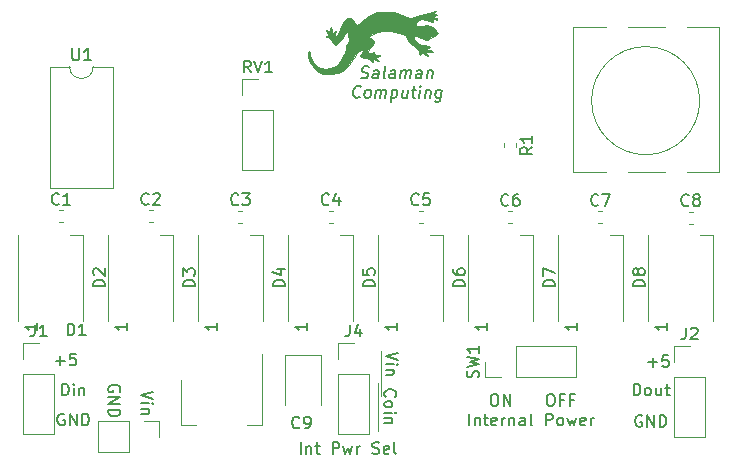
<source format=gbr>
G04 #@! TF.GenerationSoftware,KiCad,Pcbnew,(5.1.2-1)-1*
G04 #@! TF.CreationDate,2020-01-28T06:09:07-07:00*
G04 #@! TF.ProjectId,tiny_stick,74696e79-5f73-4746-9963-6b2e6b696361,rev?*
G04 #@! TF.SameCoordinates,Original*
G04 #@! TF.FileFunction,Legend,Top*
G04 #@! TF.FilePolarity,Positive*
%FSLAX46Y46*%
G04 Gerber Fmt 4.6, Leading zero omitted, Abs format (unit mm)*
G04 Created by KiCad (PCBNEW (5.1.2-1)-1) date 2020-01-28 06:09:07*
%MOMM*%
%LPD*%
G04 APERTURE LIST*
%ADD10C,0.150000*%
%ADD11C,0.120000*%
%ADD12C,0.010000*%
G04 APERTURE END LIST*
D10*
X124301904Y-101417380D02*
X124301904Y-100417380D01*
X124778095Y-100750714D02*
X124778095Y-101417380D01*
X124778095Y-100845952D02*
X124825714Y-100798333D01*
X124920952Y-100750714D01*
X125063809Y-100750714D01*
X125159047Y-100798333D01*
X125206666Y-100893571D01*
X125206666Y-101417380D01*
X125540000Y-100750714D02*
X125920952Y-100750714D01*
X125682857Y-100417380D02*
X125682857Y-101274523D01*
X125730476Y-101369761D01*
X125825714Y-101417380D01*
X125920952Y-101417380D01*
X126635238Y-101369761D02*
X126540000Y-101417380D01*
X126349523Y-101417380D01*
X126254285Y-101369761D01*
X126206666Y-101274523D01*
X126206666Y-100893571D01*
X126254285Y-100798333D01*
X126349523Y-100750714D01*
X126540000Y-100750714D01*
X126635238Y-100798333D01*
X126682857Y-100893571D01*
X126682857Y-100988809D01*
X126206666Y-101084047D01*
X127111428Y-101417380D02*
X127111428Y-100750714D01*
X127111428Y-100941190D02*
X127159047Y-100845952D01*
X127206666Y-100798333D01*
X127301904Y-100750714D01*
X127397142Y-100750714D01*
X127730476Y-100750714D02*
X127730476Y-101417380D01*
X127730476Y-100845952D02*
X127778095Y-100798333D01*
X127873333Y-100750714D01*
X128016190Y-100750714D01*
X128111428Y-100798333D01*
X128159047Y-100893571D01*
X128159047Y-101417380D01*
X129063809Y-101417380D02*
X129063809Y-100893571D01*
X129016190Y-100798333D01*
X128920952Y-100750714D01*
X128730476Y-100750714D01*
X128635238Y-100798333D01*
X129063809Y-101369761D02*
X128968571Y-101417380D01*
X128730476Y-101417380D01*
X128635238Y-101369761D01*
X128587619Y-101274523D01*
X128587619Y-101179285D01*
X128635238Y-101084047D01*
X128730476Y-101036428D01*
X128968571Y-101036428D01*
X129063809Y-100988809D01*
X129682857Y-101417380D02*
X129587619Y-101369761D01*
X129540000Y-101274523D01*
X129540000Y-100417380D01*
X130825714Y-101417380D02*
X130825714Y-100417380D01*
X131206666Y-100417380D01*
X131301904Y-100465000D01*
X131349523Y-100512619D01*
X131397142Y-100607857D01*
X131397142Y-100750714D01*
X131349523Y-100845952D01*
X131301904Y-100893571D01*
X131206666Y-100941190D01*
X130825714Y-100941190D01*
X131968571Y-101417380D02*
X131873333Y-101369761D01*
X131825714Y-101322142D01*
X131778095Y-101226904D01*
X131778095Y-100941190D01*
X131825714Y-100845952D01*
X131873333Y-100798333D01*
X131968571Y-100750714D01*
X132111428Y-100750714D01*
X132206666Y-100798333D01*
X132254285Y-100845952D01*
X132301904Y-100941190D01*
X132301904Y-101226904D01*
X132254285Y-101322142D01*
X132206666Y-101369761D01*
X132111428Y-101417380D01*
X131968571Y-101417380D01*
X132635238Y-100750714D02*
X132825714Y-101417380D01*
X133016190Y-100941190D01*
X133206666Y-101417380D01*
X133397142Y-100750714D01*
X134159047Y-101369761D02*
X134063809Y-101417380D01*
X133873333Y-101417380D01*
X133778095Y-101369761D01*
X133730476Y-101274523D01*
X133730476Y-100893571D01*
X133778095Y-100798333D01*
X133873333Y-100750714D01*
X134063809Y-100750714D01*
X134159047Y-100798333D01*
X134206666Y-100893571D01*
X134206666Y-100988809D01*
X133730476Y-101084047D01*
X134635238Y-101417380D02*
X134635238Y-100750714D01*
X134635238Y-100941190D02*
X134682857Y-100845952D01*
X134730476Y-100798333D01*
X134825714Y-100750714D01*
X134920952Y-100750714D01*
X131127619Y-98766380D02*
X131318095Y-98766380D01*
X131413333Y-98814000D01*
X131508571Y-98909238D01*
X131556190Y-99099714D01*
X131556190Y-99433047D01*
X131508571Y-99623523D01*
X131413333Y-99718761D01*
X131318095Y-99766380D01*
X131127619Y-99766380D01*
X131032380Y-99718761D01*
X130937142Y-99623523D01*
X130889523Y-99433047D01*
X130889523Y-99099714D01*
X130937142Y-98909238D01*
X131032380Y-98814000D01*
X131127619Y-98766380D01*
X132318095Y-99242571D02*
X131984761Y-99242571D01*
X131984761Y-99766380D02*
X131984761Y-98766380D01*
X132460952Y-98766380D01*
X133175238Y-99242571D02*
X132841904Y-99242571D01*
X132841904Y-99766380D02*
X132841904Y-98766380D01*
X133318095Y-98766380D01*
X126380952Y-98766380D02*
X126571428Y-98766380D01*
X126666666Y-98814000D01*
X126761904Y-98909238D01*
X126809523Y-99099714D01*
X126809523Y-99433047D01*
X126761904Y-99623523D01*
X126666666Y-99718761D01*
X126571428Y-99766380D01*
X126380952Y-99766380D01*
X126285714Y-99718761D01*
X126190476Y-99623523D01*
X126142857Y-99433047D01*
X126142857Y-99099714D01*
X126190476Y-98909238D01*
X126285714Y-98814000D01*
X126380952Y-98766380D01*
X127238095Y-99766380D02*
X127238095Y-98766380D01*
X127809523Y-99766380D01*
X127809523Y-98766380D01*
X94734000Y-98552095D02*
X94781619Y-98456857D01*
X94781619Y-98314000D01*
X94734000Y-98171142D01*
X94638761Y-98075904D01*
X94543523Y-98028285D01*
X94353047Y-97980666D01*
X94210190Y-97980666D01*
X94019714Y-98028285D01*
X93924476Y-98075904D01*
X93829238Y-98171142D01*
X93781619Y-98314000D01*
X93781619Y-98409238D01*
X93829238Y-98552095D01*
X93876857Y-98599714D01*
X94210190Y-98599714D01*
X94210190Y-98409238D01*
X93781619Y-99028285D02*
X94781619Y-99028285D01*
X93781619Y-99599714D01*
X94781619Y-99599714D01*
X93781619Y-100075904D02*
X94781619Y-100075904D01*
X94781619Y-100314000D01*
X94734000Y-100456857D01*
X94638761Y-100552095D01*
X94543523Y-100599714D01*
X94353047Y-100647333D01*
X94210190Y-100647333D01*
X94019714Y-100599714D01*
X93924476Y-100552095D01*
X93829238Y-100456857D01*
X93781619Y-100314000D01*
X93781619Y-100075904D01*
X97575619Y-98544190D02*
X96575619Y-98877523D01*
X97575619Y-99210857D01*
X96575619Y-99544190D02*
X97242285Y-99544190D01*
X97575619Y-99544190D02*
X97528000Y-99496571D01*
X97480380Y-99544190D01*
X97528000Y-99591809D01*
X97575619Y-99544190D01*
X97480380Y-99544190D01*
X97242285Y-100020380D02*
X96575619Y-100020380D01*
X97147047Y-100020380D02*
X97194666Y-100068000D01*
X97242285Y-100163238D01*
X97242285Y-100306095D01*
X97194666Y-100401333D01*
X97099428Y-100448952D01*
X96575619Y-100448952D01*
D11*
X116586000Y-97790000D02*
X116586000Y-101854000D01*
X116840000Y-95123000D02*
X116840000Y-98933000D01*
D10*
X117244857Y-98988666D02*
X117197238Y-98941047D01*
X117149619Y-98798190D01*
X117149619Y-98702952D01*
X117197238Y-98560095D01*
X117292476Y-98464857D01*
X117387714Y-98417238D01*
X117578190Y-98369619D01*
X117721047Y-98369619D01*
X117911523Y-98417238D01*
X118006761Y-98464857D01*
X118102000Y-98560095D01*
X118149619Y-98702952D01*
X118149619Y-98798190D01*
X118102000Y-98941047D01*
X118054380Y-98988666D01*
X117149619Y-99560095D02*
X117197238Y-99464857D01*
X117244857Y-99417238D01*
X117340095Y-99369619D01*
X117625809Y-99369619D01*
X117721047Y-99417238D01*
X117768666Y-99464857D01*
X117816285Y-99560095D01*
X117816285Y-99702952D01*
X117768666Y-99798190D01*
X117721047Y-99845809D01*
X117625809Y-99893428D01*
X117340095Y-99893428D01*
X117244857Y-99845809D01*
X117197238Y-99798190D01*
X117149619Y-99702952D01*
X117149619Y-99560095D01*
X117149619Y-100322000D02*
X117816285Y-100322000D01*
X118149619Y-100322000D02*
X118102000Y-100274380D01*
X118054380Y-100322000D01*
X118102000Y-100369619D01*
X118149619Y-100322000D01*
X118054380Y-100322000D01*
X117816285Y-100798190D02*
X117149619Y-100798190D01*
X117721047Y-100798190D02*
X117768666Y-100845809D01*
X117816285Y-100941047D01*
X117816285Y-101083904D01*
X117768666Y-101179142D01*
X117673428Y-101226761D01*
X117149619Y-101226761D01*
X118276619Y-95242190D02*
X117276619Y-95575523D01*
X118276619Y-95908857D01*
X117276619Y-96242190D02*
X117943285Y-96242190D01*
X118276619Y-96242190D02*
X118229000Y-96194571D01*
X118181380Y-96242190D01*
X118229000Y-96289809D01*
X118276619Y-96242190D01*
X118181380Y-96242190D01*
X117943285Y-96718380D02*
X117276619Y-96718380D01*
X117848047Y-96718380D02*
X117895666Y-96766000D01*
X117943285Y-96861238D01*
X117943285Y-97004095D01*
X117895666Y-97099333D01*
X117800428Y-97146952D01*
X117276619Y-97146952D01*
X110046000Y-103830380D02*
X110046000Y-102830380D01*
X110522190Y-103163714D02*
X110522190Y-103830380D01*
X110522190Y-103258952D02*
X110569809Y-103211333D01*
X110665047Y-103163714D01*
X110807904Y-103163714D01*
X110903142Y-103211333D01*
X110950761Y-103306571D01*
X110950761Y-103830380D01*
X111284095Y-103163714D02*
X111665047Y-103163714D01*
X111426952Y-102830380D02*
X111426952Y-103687523D01*
X111474571Y-103782761D01*
X111569809Y-103830380D01*
X111665047Y-103830380D01*
X112760285Y-103830380D02*
X112760285Y-102830380D01*
X113141238Y-102830380D01*
X113236476Y-102878000D01*
X113284095Y-102925619D01*
X113331714Y-103020857D01*
X113331714Y-103163714D01*
X113284095Y-103258952D01*
X113236476Y-103306571D01*
X113141238Y-103354190D01*
X112760285Y-103354190D01*
X113665047Y-103163714D02*
X113855523Y-103830380D01*
X114046000Y-103354190D01*
X114236476Y-103830380D01*
X114426952Y-103163714D01*
X114807904Y-103830380D02*
X114807904Y-103163714D01*
X114807904Y-103354190D02*
X114855523Y-103258952D01*
X114903142Y-103211333D01*
X114998380Y-103163714D01*
X115093619Y-103163714D01*
X116141238Y-103782761D02*
X116284095Y-103830380D01*
X116522190Y-103830380D01*
X116617428Y-103782761D01*
X116665047Y-103735142D01*
X116712666Y-103639904D01*
X116712666Y-103544666D01*
X116665047Y-103449428D01*
X116617428Y-103401809D01*
X116522190Y-103354190D01*
X116331714Y-103306571D01*
X116236476Y-103258952D01*
X116188857Y-103211333D01*
X116141238Y-103116095D01*
X116141238Y-103020857D01*
X116188857Y-102925619D01*
X116236476Y-102878000D01*
X116331714Y-102830380D01*
X116569809Y-102830380D01*
X116712666Y-102878000D01*
X117522190Y-103782761D02*
X117426952Y-103830380D01*
X117236476Y-103830380D01*
X117141238Y-103782761D01*
X117093619Y-103687523D01*
X117093619Y-103306571D01*
X117141238Y-103211333D01*
X117236476Y-103163714D01*
X117426952Y-103163714D01*
X117522190Y-103211333D01*
X117569809Y-103306571D01*
X117569809Y-103401809D01*
X117093619Y-103497047D01*
X118141238Y-103830380D02*
X118046000Y-103782761D01*
X117998380Y-103687523D01*
X117998380Y-102830380D01*
X138938095Y-100592000D02*
X138842857Y-100544380D01*
X138700000Y-100544380D01*
X138557142Y-100592000D01*
X138461904Y-100687238D01*
X138414285Y-100782476D01*
X138366666Y-100972952D01*
X138366666Y-101115809D01*
X138414285Y-101306285D01*
X138461904Y-101401523D01*
X138557142Y-101496761D01*
X138700000Y-101544380D01*
X138795238Y-101544380D01*
X138938095Y-101496761D01*
X138985714Y-101449142D01*
X138985714Y-101115809D01*
X138795238Y-101115809D01*
X139414285Y-101544380D02*
X139414285Y-100544380D01*
X139985714Y-101544380D01*
X139985714Y-100544380D01*
X140461904Y-101544380D02*
X140461904Y-100544380D01*
X140700000Y-100544380D01*
X140842857Y-100592000D01*
X140938095Y-100687238D01*
X140985714Y-100782476D01*
X141033333Y-100972952D01*
X141033333Y-101115809D01*
X140985714Y-101306285D01*
X140938095Y-101401523D01*
X140842857Y-101496761D01*
X140700000Y-101544380D01*
X140461904Y-101544380D01*
X138247619Y-98877380D02*
X138247619Y-97877380D01*
X138485714Y-97877380D01*
X138628571Y-97925000D01*
X138723809Y-98020238D01*
X138771428Y-98115476D01*
X138819047Y-98305952D01*
X138819047Y-98448809D01*
X138771428Y-98639285D01*
X138723809Y-98734523D01*
X138628571Y-98829761D01*
X138485714Y-98877380D01*
X138247619Y-98877380D01*
X139390476Y-98877380D02*
X139295238Y-98829761D01*
X139247619Y-98782142D01*
X139200000Y-98686904D01*
X139200000Y-98401190D01*
X139247619Y-98305952D01*
X139295238Y-98258333D01*
X139390476Y-98210714D01*
X139533333Y-98210714D01*
X139628571Y-98258333D01*
X139676190Y-98305952D01*
X139723809Y-98401190D01*
X139723809Y-98686904D01*
X139676190Y-98782142D01*
X139628571Y-98829761D01*
X139533333Y-98877380D01*
X139390476Y-98877380D01*
X140580952Y-98210714D02*
X140580952Y-98877380D01*
X140152380Y-98210714D02*
X140152380Y-98734523D01*
X140200000Y-98829761D01*
X140295238Y-98877380D01*
X140438095Y-98877380D01*
X140533333Y-98829761D01*
X140580952Y-98782142D01*
X140914285Y-98210714D02*
X141295238Y-98210714D01*
X141057142Y-97877380D02*
X141057142Y-98734523D01*
X141104761Y-98829761D01*
X141200000Y-98877380D01*
X141295238Y-98877380D01*
X139477857Y-96083428D02*
X140239761Y-96083428D01*
X139858809Y-96464380D02*
X139858809Y-95702476D01*
X141192142Y-95464380D02*
X140715952Y-95464380D01*
X140668333Y-95940571D01*
X140715952Y-95892952D01*
X140811190Y-95845333D01*
X141049285Y-95845333D01*
X141144523Y-95892952D01*
X141192142Y-95940571D01*
X141239761Y-96035809D01*
X141239761Y-96273904D01*
X141192142Y-96369142D01*
X141144523Y-96416761D01*
X141049285Y-96464380D01*
X140811190Y-96464380D01*
X140715952Y-96416761D01*
X140668333Y-96369142D01*
X90043095Y-100465000D02*
X89947857Y-100417380D01*
X89805000Y-100417380D01*
X89662142Y-100465000D01*
X89566904Y-100560238D01*
X89519285Y-100655476D01*
X89471666Y-100845952D01*
X89471666Y-100988809D01*
X89519285Y-101179285D01*
X89566904Y-101274523D01*
X89662142Y-101369761D01*
X89805000Y-101417380D01*
X89900238Y-101417380D01*
X90043095Y-101369761D01*
X90090714Y-101322142D01*
X90090714Y-100988809D01*
X89900238Y-100988809D01*
X90519285Y-101417380D02*
X90519285Y-100417380D01*
X91090714Y-101417380D01*
X91090714Y-100417380D01*
X91566904Y-101417380D02*
X91566904Y-100417380D01*
X91805000Y-100417380D01*
X91947857Y-100465000D01*
X92043095Y-100560238D01*
X92090714Y-100655476D01*
X92138333Y-100845952D01*
X92138333Y-100988809D01*
X92090714Y-101179285D01*
X92043095Y-101274523D01*
X91947857Y-101369761D01*
X91805000Y-101417380D01*
X91566904Y-101417380D01*
X89312857Y-95956428D02*
X90074761Y-95956428D01*
X89693809Y-96337380D02*
X89693809Y-95575476D01*
X91027142Y-95337380D02*
X90550952Y-95337380D01*
X90503333Y-95813571D01*
X90550952Y-95765952D01*
X90646190Y-95718333D01*
X90884285Y-95718333D01*
X90979523Y-95765952D01*
X91027142Y-95813571D01*
X91074761Y-95908809D01*
X91074761Y-96146904D01*
X91027142Y-96242142D01*
X90979523Y-96289761D01*
X90884285Y-96337380D01*
X90646190Y-96337380D01*
X90550952Y-96289761D01*
X90503333Y-96242142D01*
X89852619Y-98877380D02*
X89852619Y-97877380D01*
X90090714Y-97877380D01*
X90233571Y-97925000D01*
X90328809Y-98020238D01*
X90376428Y-98115476D01*
X90424047Y-98305952D01*
X90424047Y-98448809D01*
X90376428Y-98639285D01*
X90328809Y-98734523D01*
X90233571Y-98829761D01*
X90090714Y-98877380D01*
X89852619Y-98877380D01*
X90852619Y-98877380D02*
X90852619Y-98210714D01*
X90852619Y-97877380D02*
X90805000Y-97925000D01*
X90852619Y-97972619D01*
X90900238Y-97925000D01*
X90852619Y-97877380D01*
X90852619Y-97972619D01*
X91328809Y-98210714D02*
X91328809Y-98877380D01*
X91328809Y-98305952D02*
X91376428Y-98258333D01*
X91471666Y-98210714D01*
X91614523Y-98210714D01*
X91709761Y-98258333D01*
X91757380Y-98353571D01*
X91757380Y-98877380D01*
X115169957Y-71969761D02*
X115306862Y-72017380D01*
X115544957Y-72017380D01*
X115646148Y-71969761D01*
X115699719Y-71922142D01*
X115759243Y-71826904D01*
X115771148Y-71731666D01*
X115735433Y-71636428D01*
X115693767Y-71588809D01*
X115604481Y-71541190D01*
X115419957Y-71493571D01*
X115330672Y-71445952D01*
X115289005Y-71398333D01*
X115253291Y-71303095D01*
X115265195Y-71207857D01*
X115324719Y-71112619D01*
X115378291Y-71065000D01*
X115479481Y-71017380D01*
X115717576Y-71017380D01*
X115854481Y-71065000D01*
X116592576Y-72017380D02*
X116658052Y-71493571D01*
X116622338Y-71398333D01*
X116533052Y-71350714D01*
X116342576Y-71350714D01*
X116241386Y-71398333D01*
X116598529Y-71969761D02*
X116497338Y-72017380D01*
X116259243Y-72017380D01*
X116169957Y-71969761D01*
X116134243Y-71874523D01*
X116146148Y-71779285D01*
X116205672Y-71684047D01*
X116306862Y-71636428D01*
X116544957Y-71636428D01*
X116646148Y-71588809D01*
X117211624Y-72017380D02*
X117122338Y-71969761D01*
X117086624Y-71874523D01*
X117193767Y-71017380D01*
X118021148Y-72017380D02*
X118086624Y-71493571D01*
X118050910Y-71398333D01*
X117961624Y-71350714D01*
X117771148Y-71350714D01*
X117669957Y-71398333D01*
X118027100Y-71969761D02*
X117925910Y-72017380D01*
X117687814Y-72017380D01*
X117598529Y-71969761D01*
X117562814Y-71874523D01*
X117574719Y-71779285D01*
X117634243Y-71684047D01*
X117735433Y-71636428D01*
X117973529Y-71636428D01*
X118074719Y-71588809D01*
X118497338Y-72017380D02*
X118580672Y-71350714D01*
X118568767Y-71445952D02*
X118622338Y-71398333D01*
X118723529Y-71350714D01*
X118866386Y-71350714D01*
X118955672Y-71398333D01*
X118991386Y-71493571D01*
X118925910Y-72017380D01*
X118991386Y-71493571D02*
X119050910Y-71398333D01*
X119152100Y-71350714D01*
X119294957Y-71350714D01*
X119384243Y-71398333D01*
X119419957Y-71493571D01*
X119354481Y-72017380D01*
X120259243Y-72017380D02*
X120324719Y-71493571D01*
X120289005Y-71398333D01*
X120199719Y-71350714D01*
X120009243Y-71350714D01*
X119908052Y-71398333D01*
X120265195Y-71969761D02*
X120164005Y-72017380D01*
X119925910Y-72017380D01*
X119836624Y-71969761D01*
X119800910Y-71874523D01*
X119812814Y-71779285D01*
X119872338Y-71684047D01*
X119973529Y-71636428D01*
X120211624Y-71636428D01*
X120312814Y-71588809D01*
X120818767Y-71350714D02*
X120735433Y-72017380D01*
X120806862Y-71445952D02*
X120860433Y-71398333D01*
X120961624Y-71350714D01*
X121104481Y-71350714D01*
X121193767Y-71398333D01*
X121229481Y-71493571D01*
X121164005Y-72017380D01*
X115056862Y-73572142D02*
X115003291Y-73619761D01*
X114854481Y-73667380D01*
X114759243Y-73667380D01*
X114622338Y-73619761D01*
X114539005Y-73524523D01*
X114503291Y-73429285D01*
X114479481Y-73238809D01*
X114497338Y-73095952D01*
X114568767Y-72905476D01*
X114628291Y-72810238D01*
X114735433Y-72715000D01*
X114884243Y-72667380D01*
X114979481Y-72667380D01*
X115116386Y-72715000D01*
X115158052Y-72762619D01*
X115616386Y-73667380D02*
X115527100Y-73619761D01*
X115485433Y-73572142D01*
X115449719Y-73476904D01*
X115485433Y-73191190D01*
X115544957Y-73095952D01*
X115598529Y-73048333D01*
X115699719Y-73000714D01*
X115842576Y-73000714D01*
X115931862Y-73048333D01*
X115973529Y-73095952D01*
X116009243Y-73191190D01*
X115973529Y-73476904D01*
X115914005Y-73572142D01*
X115860433Y-73619761D01*
X115759243Y-73667380D01*
X115616386Y-73667380D01*
X116378291Y-73667380D02*
X116461624Y-73000714D01*
X116449719Y-73095952D02*
X116503291Y-73048333D01*
X116604481Y-73000714D01*
X116747338Y-73000714D01*
X116836624Y-73048333D01*
X116872338Y-73143571D01*
X116806862Y-73667380D01*
X116872338Y-73143571D02*
X116931862Y-73048333D01*
X117033052Y-73000714D01*
X117175910Y-73000714D01*
X117265195Y-73048333D01*
X117300910Y-73143571D01*
X117235433Y-73667380D01*
X117794957Y-73000714D02*
X117669957Y-74000714D01*
X117789005Y-73048333D02*
X117890195Y-73000714D01*
X118080672Y-73000714D01*
X118169957Y-73048333D01*
X118211624Y-73095952D01*
X118247338Y-73191190D01*
X118211624Y-73476904D01*
X118152100Y-73572142D01*
X118098529Y-73619761D01*
X117997338Y-73667380D01*
X117806862Y-73667380D01*
X117717576Y-73619761D01*
X119128291Y-73000714D02*
X119044957Y-73667380D01*
X118699719Y-73000714D02*
X118634243Y-73524523D01*
X118669957Y-73619761D01*
X118759243Y-73667380D01*
X118902100Y-73667380D01*
X119003291Y-73619761D01*
X119056862Y-73572142D01*
X119461624Y-73000714D02*
X119842576Y-73000714D01*
X119646148Y-72667380D02*
X119539005Y-73524523D01*
X119574719Y-73619761D01*
X119664005Y-73667380D01*
X119759243Y-73667380D01*
X120092576Y-73667380D02*
X120175910Y-73000714D01*
X120217576Y-72667380D02*
X120164005Y-72715000D01*
X120205672Y-72762619D01*
X120259243Y-72715000D01*
X120217576Y-72667380D01*
X120205672Y-72762619D01*
X120652100Y-73000714D02*
X120568767Y-73667380D01*
X120640195Y-73095952D02*
X120693767Y-73048333D01*
X120794957Y-73000714D01*
X120937814Y-73000714D01*
X121027100Y-73048333D01*
X121062814Y-73143571D01*
X120997338Y-73667380D01*
X121985433Y-73000714D02*
X121884243Y-73810238D01*
X121824719Y-73905476D01*
X121771148Y-73953095D01*
X121669957Y-74000714D01*
X121527100Y-74000714D01*
X121437814Y-73953095D01*
X121908052Y-73619761D02*
X121806862Y-73667380D01*
X121616386Y-73667380D01*
X121527100Y-73619761D01*
X121485433Y-73572142D01*
X121449719Y-73476904D01*
X121485433Y-73191190D01*
X121544957Y-73095952D01*
X121598529Y-73048333D01*
X121699719Y-73000714D01*
X121890195Y-73000714D01*
X121979481Y-73048333D01*
D12*
G36*
X121492326Y-66284902D02*
G01*
X121460328Y-66373729D01*
X121395066Y-66446400D01*
X121345433Y-66528512D01*
X121437399Y-66548000D01*
X121560541Y-66588968D01*
X121581333Y-66632667D01*
X121510420Y-66701457D01*
X121412000Y-66717334D01*
X121274419Y-66752790D01*
X121242666Y-66802000D01*
X121313355Y-66871472D01*
X121407003Y-66886667D01*
X121573157Y-66931526D01*
X121631253Y-66983609D01*
X121622950Y-67046734D01*
X121468694Y-67038022D01*
X121466916Y-67037683D01*
X121300412Y-67030436D01*
X121244537Y-67114242D01*
X121242666Y-67152408D01*
X121226769Y-67277571D01*
X121155147Y-67294123D01*
X120991903Y-67204754D01*
X120945519Y-67174681D01*
X120652447Y-67057058D01*
X120332391Y-67040134D01*
X120054489Y-67123571D01*
X119976585Y-67179454D01*
X119819553Y-67374962D01*
X119812273Y-67522540D01*
X119938567Y-67608028D01*
X120182257Y-67617270D01*
X120421422Y-67568735D01*
X120749393Y-67512125D01*
X121011165Y-67556467D01*
X121014402Y-67557690D01*
X121236166Y-67683496D01*
X121450814Y-67869318D01*
X121610025Y-68066393D01*
X121666000Y-68215258D01*
X121594878Y-68306870D01*
X121414629Y-68431229D01*
X121174929Y-68562295D01*
X120925451Y-68674028D01*
X120715870Y-68740389D01*
X120648746Y-68748506D01*
X120496743Y-68710893D01*
X120274883Y-68616092D01*
X120204553Y-68580000D01*
X119896187Y-68446553D01*
X119701964Y-68427809D01*
X119631482Y-68513722D01*
X119694337Y-68694247D01*
X119871861Y-68928209D01*
X120062519Y-69102519D01*
X120280196Y-69195382D01*
X120549195Y-69236650D01*
X120795835Y-69273170D01*
X120955286Y-69321392D01*
X120988666Y-69352772D01*
X120919933Y-69418378D01*
X120861666Y-69426667D01*
X120742646Y-69457867D01*
X120755779Y-69528904D01*
X120880757Y-69605930D01*
X120988666Y-69638334D01*
X121191923Y-69709153D01*
X121238630Y-69777832D01*
X121139618Y-69816589D01*
X120925166Y-69801234D01*
X120728911Y-69774253D01*
X120671408Y-69795215D01*
X120713500Y-69856664D01*
X120806003Y-70018811D01*
X120819333Y-70093359D01*
X120784312Y-70147091D01*
X120668381Y-70074044D01*
X120606545Y-70018280D01*
X120441747Y-69891394D01*
X120330977Y-69889161D01*
X120293278Y-69918855D01*
X120151001Y-70013252D01*
X120074287Y-69973654D01*
X120080140Y-69856594D01*
X120043223Y-69674810D01*
X119859141Y-69453236D01*
X119541069Y-69206528D01*
X119433295Y-69137117D01*
X119241994Y-68957232D01*
X119082975Y-68708144D01*
X119062175Y-68659990D01*
X118972279Y-68471992D01*
X118852218Y-68346095D01*
X118653445Y-68244494D01*
X118420939Y-68160628D01*
X117720703Y-68008056D01*
X117026011Y-68023516D01*
X116609782Y-68115114D01*
X116372477Y-68202376D01*
X116144354Y-68312955D01*
X115958905Y-68425605D01*
X115849621Y-68519076D01*
X115849994Y-68572121D01*
X115881452Y-68577183D01*
X116035924Y-68646705D01*
X116182164Y-68797561D01*
X116247332Y-68954562D01*
X116247333Y-68954873D01*
X116198939Y-69077639D01*
X116074023Y-69280746D01*
X115950957Y-69451802D01*
X115778549Y-69709296D01*
X115736845Y-69860011D01*
X115826088Y-69905126D01*
X116034073Y-69850606D01*
X116228369Y-69781741D01*
X116301819Y-69782173D01*
X116290721Y-69858112D01*
X116277951Y-69892334D01*
X116282809Y-69978269D01*
X116406751Y-70014830D01*
X116539605Y-70019334D01*
X116742483Y-70047703D01*
X116794919Y-70109461D01*
X116701369Y-70169578D01*
X116517503Y-70193108D01*
X116289666Y-70197549D01*
X116480166Y-70330435D01*
X116639050Y-70469908D01*
X116656692Y-70547706D01*
X116542880Y-70540004D01*
X116416666Y-70485000D01*
X116245149Y-70404077D01*
X116175888Y-70413284D01*
X116162685Y-70521296D01*
X116162666Y-70532686D01*
X116154476Y-70639822D01*
X116105482Y-70649732D01*
X115979049Y-70556767D01*
X115902170Y-70492526D01*
X115659952Y-70342185D01*
X115419679Y-70273995D01*
X115399167Y-70273334D01*
X115176823Y-70238698D01*
X115102857Y-70129275D01*
X115173999Y-69936784D01*
X115231744Y-69849422D01*
X115412197Y-69596000D01*
X115237098Y-69596000D01*
X115015600Y-69669972D01*
X114788918Y-69896682D01*
X114550180Y-70283325D01*
X114514565Y-70352279D01*
X114153876Y-70907550D01*
X113709130Y-71315933D01*
X113180633Y-71577219D01*
X112568690Y-71691197D01*
X112564333Y-71691462D01*
X112197615Y-71691948D01*
X111908847Y-71631390D01*
X111698272Y-71540009D01*
X111304719Y-71274280D01*
X110989247Y-70933145D01*
X110773087Y-70552001D01*
X110677471Y-70166243D01*
X110701838Y-69878837D01*
X110743310Y-69742278D01*
X110776971Y-69726938D01*
X110821574Y-69848703D01*
X110868226Y-70019815D01*
X111007375Y-70452578D01*
X111174455Y-70758558D01*
X111401954Y-70980243D01*
X111722360Y-71160123D01*
X111749579Y-71172458D01*
X112144044Y-71258397D01*
X112578053Y-71186618D01*
X113026993Y-70965641D01*
X113270991Y-70766643D01*
X113483771Y-70490183D01*
X113672047Y-70150816D01*
X113807157Y-69857077D01*
X113897402Y-69613423D01*
X113926575Y-69464921D01*
X113923766Y-69450891D01*
X113935602Y-69308597D01*
X114021360Y-69108981D01*
X114035851Y-69084334D01*
X114129938Y-68888677D01*
X114146701Y-68692450D01*
X114104143Y-68450758D01*
X114042477Y-68226026D01*
X113985472Y-68090270D01*
X113965323Y-68072000D01*
X113893416Y-68137952D01*
X113781449Y-68301122D01*
X113754094Y-68347167D01*
X113525013Y-68707523D01*
X113307101Y-68985379D01*
X113120950Y-69158013D01*
X112987153Y-69202699D01*
X112980693Y-69200609D01*
X112855535Y-69095585D01*
X112728958Y-68909527D01*
X112726480Y-68904769D01*
X112564234Y-68697873D01*
X112369778Y-68563037D01*
X112228147Y-68492462D01*
X112236676Y-68449660D01*
X112289166Y-68433466D01*
X112415494Y-68378869D01*
X112408560Y-68283384D01*
X112296741Y-68141648D01*
X112212297Y-68002452D01*
X112218997Y-67923448D01*
X112309977Y-67930870D01*
X112390089Y-68008633D01*
X112518462Y-68140339D01*
X112586234Y-68121797D01*
X112575315Y-67958780D01*
X112573201Y-67950189D01*
X112563652Y-67775153D01*
X112606355Y-67691192D01*
X112666672Y-67723987D01*
X112691297Y-67889304D01*
X112691333Y-67897670D01*
X112716775Y-68100514D01*
X112799418Y-68146733D01*
X112939596Y-68050834D01*
X113010993Y-68005895D01*
X113022767Y-68083171D01*
X113001635Y-68216884D01*
X112976197Y-68443676D01*
X113008856Y-68520073D01*
X113092825Y-68452085D01*
X113221316Y-68245726D01*
X113387540Y-67907008D01*
X113411388Y-67853967D01*
X113657625Y-67362549D01*
X113885514Y-67037801D01*
X114097727Y-66878372D01*
X114296936Y-66882906D01*
X114485815Y-67050053D01*
X114606224Y-67249010D01*
X114705458Y-67437839D01*
X114769671Y-67548574D01*
X114774702Y-67555213D01*
X114847062Y-67520962D01*
X115004520Y-67397961D01*
X115171443Y-67250556D01*
X115467681Y-67004369D01*
X115803853Y-66762725D01*
X115956342Y-66666676D01*
X116157291Y-66555647D01*
X116335947Y-66484231D01*
X116538558Y-66443765D01*
X116811375Y-66425589D01*
X117200648Y-66421042D01*
X117268243Y-66421000D01*
X117677524Y-66424213D01*
X117970450Y-66440935D01*
X118199972Y-66481789D01*
X118419044Y-66557399D01*
X118680619Y-66678389D01*
X118769291Y-66722143D01*
X119082421Y-66871150D01*
X119283240Y-66946198D01*
X119407028Y-66956332D01*
X119489067Y-66910598D01*
X119492227Y-66907487D01*
X119628419Y-66834903D01*
X119880116Y-66750953D01*
X120195858Y-66672483D01*
X120234847Y-66664389D01*
X120594330Y-66577930D01*
X120933752Y-66473736D01*
X121179166Y-66374571D01*
X121394438Y-66283796D01*
X121492326Y-66284902D01*
X121492326Y-66284902D01*
G37*
X121492326Y-66284902D02*
X121460328Y-66373729D01*
X121395066Y-66446400D01*
X121345433Y-66528512D01*
X121437399Y-66548000D01*
X121560541Y-66588968D01*
X121581333Y-66632667D01*
X121510420Y-66701457D01*
X121412000Y-66717334D01*
X121274419Y-66752790D01*
X121242666Y-66802000D01*
X121313355Y-66871472D01*
X121407003Y-66886667D01*
X121573157Y-66931526D01*
X121631253Y-66983609D01*
X121622950Y-67046734D01*
X121468694Y-67038022D01*
X121466916Y-67037683D01*
X121300412Y-67030436D01*
X121244537Y-67114242D01*
X121242666Y-67152408D01*
X121226769Y-67277571D01*
X121155147Y-67294123D01*
X120991903Y-67204754D01*
X120945519Y-67174681D01*
X120652447Y-67057058D01*
X120332391Y-67040134D01*
X120054489Y-67123571D01*
X119976585Y-67179454D01*
X119819553Y-67374962D01*
X119812273Y-67522540D01*
X119938567Y-67608028D01*
X120182257Y-67617270D01*
X120421422Y-67568735D01*
X120749393Y-67512125D01*
X121011165Y-67556467D01*
X121014402Y-67557690D01*
X121236166Y-67683496D01*
X121450814Y-67869318D01*
X121610025Y-68066393D01*
X121666000Y-68215258D01*
X121594878Y-68306870D01*
X121414629Y-68431229D01*
X121174929Y-68562295D01*
X120925451Y-68674028D01*
X120715870Y-68740389D01*
X120648746Y-68748506D01*
X120496743Y-68710893D01*
X120274883Y-68616092D01*
X120204553Y-68580000D01*
X119896187Y-68446553D01*
X119701964Y-68427809D01*
X119631482Y-68513722D01*
X119694337Y-68694247D01*
X119871861Y-68928209D01*
X120062519Y-69102519D01*
X120280196Y-69195382D01*
X120549195Y-69236650D01*
X120795835Y-69273170D01*
X120955286Y-69321392D01*
X120988666Y-69352772D01*
X120919933Y-69418378D01*
X120861666Y-69426667D01*
X120742646Y-69457867D01*
X120755779Y-69528904D01*
X120880757Y-69605930D01*
X120988666Y-69638334D01*
X121191923Y-69709153D01*
X121238630Y-69777832D01*
X121139618Y-69816589D01*
X120925166Y-69801234D01*
X120728911Y-69774253D01*
X120671408Y-69795215D01*
X120713500Y-69856664D01*
X120806003Y-70018811D01*
X120819333Y-70093359D01*
X120784312Y-70147091D01*
X120668381Y-70074044D01*
X120606545Y-70018280D01*
X120441747Y-69891394D01*
X120330977Y-69889161D01*
X120293278Y-69918855D01*
X120151001Y-70013252D01*
X120074287Y-69973654D01*
X120080140Y-69856594D01*
X120043223Y-69674810D01*
X119859141Y-69453236D01*
X119541069Y-69206528D01*
X119433295Y-69137117D01*
X119241994Y-68957232D01*
X119082975Y-68708144D01*
X119062175Y-68659990D01*
X118972279Y-68471992D01*
X118852218Y-68346095D01*
X118653445Y-68244494D01*
X118420939Y-68160628D01*
X117720703Y-68008056D01*
X117026011Y-68023516D01*
X116609782Y-68115114D01*
X116372477Y-68202376D01*
X116144354Y-68312955D01*
X115958905Y-68425605D01*
X115849621Y-68519076D01*
X115849994Y-68572121D01*
X115881452Y-68577183D01*
X116035924Y-68646705D01*
X116182164Y-68797561D01*
X116247332Y-68954562D01*
X116247333Y-68954873D01*
X116198939Y-69077639D01*
X116074023Y-69280746D01*
X115950957Y-69451802D01*
X115778549Y-69709296D01*
X115736845Y-69860011D01*
X115826088Y-69905126D01*
X116034073Y-69850606D01*
X116228369Y-69781741D01*
X116301819Y-69782173D01*
X116290721Y-69858112D01*
X116277951Y-69892334D01*
X116282809Y-69978269D01*
X116406751Y-70014830D01*
X116539605Y-70019334D01*
X116742483Y-70047703D01*
X116794919Y-70109461D01*
X116701369Y-70169578D01*
X116517503Y-70193108D01*
X116289666Y-70197549D01*
X116480166Y-70330435D01*
X116639050Y-70469908D01*
X116656692Y-70547706D01*
X116542880Y-70540004D01*
X116416666Y-70485000D01*
X116245149Y-70404077D01*
X116175888Y-70413284D01*
X116162685Y-70521296D01*
X116162666Y-70532686D01*
X116154476Y-70639822D01*
X116105482Y-70649732D01*
X115979049Y-70556767D01*
X115902170Y-70492526D01*
X115659952Y-70342185D01*
X115419679Y-70273995D01*
X115399167Y-70273334D01*
X115176823Y-70238698D01*
X115102857Y-70129275D01*
X115173999Y-69936784D01*
X115231744Y-69849422D01*
X115412197Y-69596000D01*
X115237098Y-69596000D01*
X115015600Y-69669972D01*
X114788918Y-69896682D01*
X114550180Y-70283325D01*
X114514565Y-70352279D01*
X114153876Y-70907550D01*
X113709130Y-71315933D01*
X113180633Y-71577219D01*
X112568690Y-71691197D01*
X112564333Y-71691462D01*
X112197615Y-71691948D01*
X111908847Y-71631390D01*
X111698272Y-71540009D01*
X111304719Y-71274280D01*
X110989247Y-70933145D01*
X110773087Y-70552001D01*
X110677471Y-70166243D01*
X110701838Y-69878837D01*
X110743310Y-69742278D01*
X110776971Y-69726938D01*
X110821574Y-69848703D01*
X110868226Y-70019815D01*
X111007375Y-70452578D01*
X111174455Y-70758558D01*
X111401954Y-70980243D01*
X111722360Y-71160123D01*
X111749579Y-71172458D01*
X112144044Y-71258397D01*
X112578053Y-71186618D01*
X113026993Y-70965641D01*
X113270991Y-70766643D01*
X113483771Y-70490183D01*
X113672047Y-70150816D01*
X113807157Y-69857077D01*
X113897402Y-69613423D01*
X113926575Y-69464921D01*
X113923766Y-69450891D01*
X113935602Y-69308597D01*
X114021360Y-69108981D01*
X114035851Y-69084334D01*
X114129938Y-68888677D01*
X114146701Y-68692450D01*
X114104143Y-68450758D01*
X114042477Y-68226026D01*
X113985472Y-68090270D01*
X113965323Y-68072000D01*
X113893416Y-68137952D01*
X113781449Y-68301122D01*
X113754094Y-68347167D01*
X113525013Y-68707523D01*
X113307101Y-68985379D01*
X113120950Y-69158013D01*
X112987153Y-69202699D01*
X112980693Y-69200609D01*
X112855535Y-69095585D01*
X112728958Y-68909527D01*
X112726480Y-68904769D01*
X112564234Y-68697873D01*
X112369778Y-68563037D01*
X112228147Y-68492462D01*
X112236676Y-68449660D01*
X112289166Y-68433466D01*
X112415494Y-68378869D01*
X112408560Y-68283384D01*
X112296741Y-68141648D01*
X112212297Y-68002452D01*
X112218997Y-67923448D01*
X112309977Y-67930870D01*
X112390089Y-68008633D01*
X112518462Y-68140339D01*
X112586234Y-68121797D01*
X112575315Y-67958780D01*
X112573201Y-67950189D01*
X112563652Y-67775153D01*
X112606355Y-67691192D01*
X112666672Y-67723987D01*
X112691297Y-67889304D01*
X112691333Y-67897670D01*
X112716775Y-68100514D01*
X112799418Y-68146733D01*
X112939596Y-68050834D01*
X113010993Y-68005895D01*
X113022767Y-68083171D01*
X113001635Y-68216884D01*
X112976197Y-68443676D01*
X113008856Y-68520073D01*
X113092825Y-68452085D01*
X113221316Y-68245726D01*
X113387540Y-67907008D01*
X113411388Y-67853967D01*
X113657625Y-67362549D01*
X113885514Y-67037801D01*
X114097727Y-66878372D01*
X114296936Y-66882906D01*
X114485815Y-67050053D01*
X114606224Y-67249010D01*
X114705458Y-67437839D01*
X114769671Y-67548574D01*
X114774702Y-67555213D01*
X114847062Y-67520962D01*
X115004520Y-67397961D01*
X115171443Y-67250556D01*
X115467681Y-67004369D01*
X115803853Y-66762725D01*
X115956342Y-66666676D01*
X116157291Y-66555647D01*
X116335947Y-66484231D01*
X116538558Y-66443765D01*
X116811375Y-66425589D01*
X117200648Y-66421042D01*
X117268243Y-66421000D01*
X117677524Y-66424213D01*
X117970450Y-66440935D01*
X118199972Y-66481789D01*
X118419044Y-66557399D01*
X118680619Y-66678389D01*
X118769291Y-66722143D01*
X119082421Y-66871150D01*
X119283240Y-66946198D01*
X119407028Y-66956332D01*
X119489067Y-66910598D01*
X119492227Y-66907487D01*
X119628419Y-66834903D01*
X119880116Y-66750953D01*
X120195858Y-66672483D01*
X120234847Y-66664389D01*
X120594330Y-66577930D01*
X120933752Y-66473736D01*
X121179166Y-66374571D01*
X121394438Y-66283796D01*
X121492326Y-66284902D01*
D11*
X89600821Y-84228400D02*
X89926379Y-84228400D01*
X89600821Y-83208400D02*
X89926379Y-83208400D01*
X108726000Y-95457000D02*
X108726000Y-99667000D01*
X111746000Y-95457000D02*
X108726000Y-95457000D01*
X111746000Y-99667000D02*
X111746000Y-95457000D01*
X106788000Y-95341000D02*
X106788000Y-101351000D01*
X99968000Y-97591000D02*
X99968000Y-101351000D01*
X106788000Y-101351000D02*
X105528000Y-101351000D01*
X99968000Y-101351000D02*
X101228000Y-101351000D01*
X94140800Y-71034600D02*
X92490800Y-71034600D01*
X94140800Y-81314600D02*
X94140800Y-71034600D01*
X88840800Y-81314600D02*
X94140800Y-81314600D01*
X88840800Y-71034600D02*
X88840800Y-81314600D01*
X90490800Y-71034600D02*
X88840800Y-71034600D01*
X92490800Y-71034600D02*
G75*
G02X90490800Y-71034600I-1000000J0D01*
G01*
X145458200Y-79964000D02*
X142738200Y-79964000D01*
X135878200Y-79964000D02*
X133158200Y-79964000D01*
X137738200Y-67664000D02*
X140878200Y-67664000D01*
X133158200Y-67664000D02*
X135878200Y-67664000D01*
X143847250Y-73914000D02*
G75*
G03X143847250Y-73914000I-4579050J0D01*
G01*
X142738200Y-67664000D02*
X145458200Y-67664000D01*
X133158200Y-79964000D02*
X133158200Y-67664000D01*
X140878200Y-79964000D02*
X137738200Y-79964000D01*
X145458200Y-67664000D02*
X145458200Y-79964000D01*
X125670000Y-97342000D02*
X125670000Y-96012000D01*
X127000000Y-97342000D02*
X125670000Y-97342000D01*
X128270000Y-97342000D02*
X128270000Y-94682000D01*
X128270000Y-94682000D02*
X133410000Y-94682000D01*
X128270000Y-97342000D02*
X133410000Y-97342000D01*
X133410000Y-97342000D02*
X133410000Y-94682000D01*
X105096000Y-72076000D02*
X106426000Y-72076000D01*
X105096000Y-73406000D02*
X105096000Y-72076000D01*
X105096000Y-74676000D02*
X107756000Y-74676000D01*
X107756000Y-74676000D02*
X107756000Y-79816000D01*
X105096000Y-74676000D02*
X105096000Y-79816000D01*
X105096000Y-79816000D02*
X107756000Y-79816000D01*
X127277400Y-77510421D02*
X127277400Y-77835979D01*
X128297400Y-77510421D02*
X128297400Y-77835979D01*
X113224000Y-94428000D02*
X114554000Y-94428000D01*
X113224000Y-95758000D02*
X113224000Y-94428000D01*
X113224000Y-97028000D02*
X115884000Y-97028000D01*
X115884000Y-97028000D02*
X115884000Y-102168000D01*
X113224000Y-97028000D02*
X113224000Y-102168000D01*
X113224000Y-102168000D02*
X115884000Y-102168000D01*
X98104000Y-101032000D02*
X98104000Y-102362000D01*
X96774000Y-101032000D02*
X98104000Y-101032000D01*
X95504000Y-101032000D02*
X95504000Y-103692000D01*
X95504000Y-103692000D02*
X92904000Y-103692000D01*
X95504000Y-101032000D02*
X92904000Y-101032000D01*
X92904000Y-101032000D02*
X92904000Y-103692000D01*
X141672000Y-94682000D02*
X143002000Y-94682000D01*
X141672000Y-96012000D02*
X141672000Y-94682000D01*
X141672000Y-97282000D02*
X144332000Y-97282000D01*
X144332000Y-97282000D02*
X144332000Y-102422000D01*
X141672000Y-97282000D02*
X141672000Y-102422000D01*
X141672000Y-102422000D02*
X144332000Y-102422000D01*
X86554000Y-94428000D02*
X87884000Y-94428000D01*
X86554000Y-95758000D02*
X86554000Y-94428000D01*
X86554000Y-97028000D02*
X89214000Y-97028000D01*
X89214000Y-97028000D02*
X89214000Y-102168000D01*
X86554000Y-97028000D02*
X86554000Y-102168000D01*
X86554000Y-102168000D02*
X89214000Y-102168000D01*
X144990000Y-85250000D02*
X143840000Y-85250000D01*
X144990000Y-92550000D02*
X144990000Y-85250000D01*
X139490000Y-92550000D02*
X139490000Y-85250000D01*
X137370000Y-85250000D02*
X136220000Y-85250000D01*
X137370000Y-92550000D02*
X137370000Y-85250000D01*
X131870000Y-92550000D02*
X131870000Y-85250000D01*
X129750000Y-85250000D02*
X128600000Y-85250000D01*
X129750000Y-92550000D02*
X129750000Y-85250000D01*
X124250000Y-92550000D02*
X124250000Y-85250000D01*
X122130000Y-85250000D02*
X120980000Y-85250000D01*
X122130000Y-92550000D02*
X122130000Y-85250000D01*
X116630000Y-92550000D02*
X116630000Y-85250000D01*
X114510000Y-85250000D02*
X113360000Y-85250000D01*
X114510000Y-92550000D02*
X114510000Y-85250000D01*
X109010000Y-92550000D02*
X109010000Y-85250000D01*
X106890000Y-85250000D02*
X105740000Y-85250000D01*
X106890000Y-92550000D02*
X106890000Y-85250000D01*
X101390000Y-92550000D02*
X101390000Y-85250000D01*
X99270000Y-85250000D02*
X98120000Y-85250000D01*
X99270000Y-92550000D02*
X99270000Y-85250000D01*
X93770000Y-92550000D02*
X93770000Y-85250000D01*
X91650000Y-85250000D02*
X90500000Y-85250000D01*
X91650000Y-92550000D02*
X91650000Y-85250000D01*
X86150000Y-92550000D02*
X86150000Y-85250000D01*
X142915421Y-84330000D02*
X143240979Y-84330000D01*
X142915421Y-83310000D02*
X143240979Y-83310000D01*
X135270021Y-84304600D02*
X135595579Y-84304600D01*
X135270021Y-83284600D02*
X135595579Y-83284600D01*
X127650021Y-84304600D02*
X127975579Y-84304600D01*
X127650021Y-83284600D02*
X127975579Y-83284600D01*
X120055421Y-84253800D02*
X120380979Y-84253800D01*
X120055421Y-83233800D02*
X120380979Y-83233800D01*
X112460821Y-84253800D02*
X112786379Y-84253800D01*
X112460821Y-83233800D02*
X112786379Y-83233800D01*
X104790021Y-84253800D02*
X105115579Y-84253800D01*
X104790021Y-83233800D02*
X105115579Y-83233800D01*
X97195421Y-84228400D02*
X97520979Y-84228400D01*
X97195421Y-83208400D02*
X97520979Y-83208400D01*
D10*
X89596933Y-82645542D02*
X89549314Y-82693161D01*
X89406457Y-82740780D01*
X89311219Y-82740780D01*
X89168361Y-82693161D01*
X89073123Y-82597923D01*
X89025504Y-82502685D01*
X88977885Y-82312209D01*
X88977885Y-82169352D01*
X89025504Y-81978876D01*
X89073123Y-81883638D01*
X89168361Y-81788400D01*
X89311219Y-81740780D01*
X89406457Y-81740780D01*
X89549314Y-81788400D01*
X89596933Y-81836019D01*
X90549314Y-82740780D02*
X89977885Y-82740780D01*
X90263600Y-82740780D02*
X90263600Y-81740780D01*
X90168361Y-81883638D01*
X90073123Y-81978876D01*
X89977885Y-82026495D01*
X109942333Y-101576142D02*
X109894714Y-101623761D01*
X109751857Y-101671380D01*
X109656619Y-101671380D01*
X109513761Y-101623761D01*
X109418523Y-101528523D01*
X109370904Y-101433285D01*
X109323285Y-101242809D01*
X109323285Y-101099952D01*
X109370904Y-100909476D01*
X109418523Y-100814238D01*
X109513761Y-100719000D01*
X109656619Y-100671380D01*
X109751857Y-100671380D01*
X109894714Y-100719000D01*
X109942333Y-100766619D01*
X110418523Y-101671380D02*
X110609000Y-101671380D01*
X110704238Y-101623761D01*
X110751857Y-101576142D01*
X110847095Y-101433285D01*
X110894714Y-101242809D01*
X110894714Y-100861857D01*
X110847095Y-100766619D01*
X110799476Y-100719000D01*
X110704238Y-100671380D01*
X110513761Y-100671380D01*
X110418523Y-100719000D01*
X110370904Y-100766619D01*
X110323285Y-100861857D01*
X110323285Y-101099952D01*
X110370904Y-101195190D01*
X110418523Y-101242809D01*
X110513761Y-101290428D01*
X110704238Y-101290428D01*
X110799476Y-101242809D01*
X110847095Y-101195190D01*
X110894714Y-101099952D01*
X90728895Y-69486980D02*
X90728895Y-70296504D01*
X90776514Y-70391742D01*
X90824133Y-70439361D01*
X90919371Y-70486980D01*
X91109847Y-70486980D01*
X91205085Y-70439361D01*
X91252704Y-70391742D01*
X91300323Y-70296504D01*
X91300323Y-69486980D01*
X92300323Y-70486980D02*
X91728895Y-70486980D01*
X92014609Y-70486980D02*
X92014609Y-69486980D01*
X91919371Y-69629838D01*
X91824133Y-69725076D01*
X91728895Y-69772695D01*
X125074761Y-97345333D02*
X125122380Y-97202476D01*
X125122380Y-96964380D01*
X125074761Y-96869142D01*
X125027142Y-96821523D01*
X124931904Y-96773904D01*
X124836666Y-96773904D01*
X124741428Y-96821523D01*
X124693809Y-96869142D01*
X124646190Y-96964380D01*
X124598571Y-97154857D01*
X124550952Y-97250095D01*
X124503333Y-97297714D01*
X124408095Y-97345333D01*
X124312857Y-97345333D01*
X124217619Y-97297714D01*
X124170000Y-97250095D01*
X124122380Y-97154857D01*
X124122380Y-96916761D01*
X124170000Y-96773904D01*
X124122380Y-96440571D02*
X125122380Y-96202476D01*
X124408095Y-96012000D01*
X125122380Y-95821523D01*
X124122380Y-95583428D01*
X125122380Y-94678666D02*
X125122380Y-95250095D01*
X125122380Y-94964380D02*
X124122380Y-94964380D01*
X124265238Y-95059619D01*
X124360476Y-95154857D01*
X124408095Y-95250095D01*
X105830761Y-71528380D02*
X105497428Y-71052190D01*
X105259333Y-71528380D02*
X105259333Y-70528380D01*
X105640285Y-70528380D01*
X105735523Y-70576000D01*
X105783142Y-70623619D01*
X105830761Y-70718857D01*
X105830761Y-70861714D01*
X105783142Y-70956952D01*
X105735523Y-71004571D01*
X105640285Y-71052190D01*
X105259333Y-71052190D01*
X106116476Y-70528380D02*
X106449809Y-71528380D01*
X106783142Y-70528380D01*
X107640285Y-71528380D02*
X107068857Y-71528380D01*
X107354571Y-71528380D02*
X107354571Y-70528380D01*
X107259333Y-70671238D01*
X107164095Y-70766476D01*
X107068857Y-70814095D01*
X129669780Y-77839866D02*
X129193590Y-78173200D01*
X129669780Y-78411295D02*
X128669780Y-78411295D01*
X128669780Y-78030342D01*
X128717400Y-77935104D01*
X128765019Y-77887485D01*
X128860257Y-77839866D01*
X129003114Y-77839866D01*
X129098352Y-77887485D01*
X129145971Y-77935104D01*
X129193590Y-78030342D01*
X129193590Y-78411295D01*
X129669780Y-76887485D02*
X129669780Y-77458914D01*
X129669780Y-77173200D02*
X128669780Y-77173200D01*
X128812638Y-77268438D01*
X128907876Y-77363676D01*
X128955495Y-77458914D01*
X114220666Y-92880380D02*
X114220666Y-93594666D01*
X114173047Y-93737523D01*
X114077809Y-93832761D01*
X113934952Y-93880380D01*
X113839714Y-93880380D01*
X115125428Y-93213714D02*
X115125428Y-93880380D01*
X114887333Y-92832761D02*
X114649238Y-93547047D01*
X115268285Y-93547047D01*
X142668666Y-93134380D02*
X142668666Y-93848666D01*
X142621047Y-93991523D01*
X142525809Y-94086761D01*
X142382952Y-94134380D01*
X142287714Y-94134380D01*
X143097238Y-93229619D02*
X143144857Y-93182000D01*
X143240095Y-93134380D01*
X143478190Y-93134380D01*
X143573428Y-93182000D01*
X143621047Y-93229619D01*
X143668666Y-93324857D01*
X143668666Y-93420095D01*
X143621047Y-93562952D01*
X143049619Y-94134380D01*
X143668666Y-94134380D01*
X87550666Y-92880380D02*
X87550666Y-93594666D01*
X87503047Y-93737523D01*
X87407809Y-93832761D01*
X87264952Y-93880380D01*
X87169714Y-93880380D01*
X88550666Y-93880380D02*
X87979238Y-93880380D01*
X88264952Y-93880380D02*
X88264952Y-92880380D01*
X88169714Y-93023238D01*
X88074476Y-93118476D01*
X87979238Y-93166095D01*
X139192380Y-89638095D02*
X138192380Y-89638095D01*
X138192380Y-89400000D01*
X138240000Y-89257142D01*
X138335238Y-89161904D01*
X138430476Y-89114285D01*
X138620952Y-89066666D01*
X138763809Y-89066666D01*
X138954285Y-89114285D01*
X139049523Y-89161904D01*
X139144761Y-89257142D01*
X139192380Y-89400000D01*
X139192380Y-89638095D01*
X138620952Y-88495238D02*
X138573333Y-88590476D01*
X138525714Y-88638095D01*
X138430476Y-88685714D01*
X138382857Y-88685714D01*
X138287619Y-88638095D01*
X138240000Y-88590476D01*
X138192380Y-88495238D01*
X138192380Y-88304761D01*
X138240000Y-88209523D01*
X138287619Y-88161904D01*
X138382857Y-88114285D01*
X138430476Y-88114285D01*
X138525714Y-88161904D01*
X138573333Y-88209523D01*
X138620952Y-88304761D01*
X138620952Y-88495238D01*
X138668571Y-88590476D01*
X138716190Y-88638095D01*
X138811428Y-88685714D01*
X139001904Y-88685714D01*
X139097142Y-88638095D01*
X139144761Y-88590476D01*
X139192380Y-88495238D01*
X139192380Y-88304761D01*
X139144761Y-88209523D01*
X139097142Y-88161904D01*
X139001904Y-88114285D01*
X138811428Y-88114285D01*
X138716190Y-88161904D01*
X138668571Y-88209523D01*
X138620952Y-88304761D01*
X141092380Y-92764285D02*
X141092380Y-93335714D01*
X141092380Y-93050000D02*
X140092380Y-93050000D01*
X140235238Y-93145238D01*
X140330476Y-93240476D01*
X140378095Y-93335714D01*
X131572380Y-89638095D02*
X130572380Y-89638095D01*
X130572380Y-89400000D01*
X130620000Y-89257142D01*
X130715238Y-89161904D01*
X130810476Y-89114285D01*
X131000952Y-89066666D01*
X131143809Y-89066666D01*
X131334285Y-89114285D01*
X131429523Y-89161904D01*
X131524761Y-89257142D01*
X131572380Y-89400000D01*
X131572380Y-89638095D01*
X130572380Y-88733333D02*
X130572380Y-88066666D01*
X131572380Y-88495238D01*
X133472380Y-92764285D02*
X133472380Y-93335714D01*
X133472380Y-93050000D02*
X132472380Y-93050000D01*
X132615238Y-93145238D01*
X132710476Y-93240476D01*
X132758095Y-93335714D01*
X123952380Y-89638095D02*
X122952380Y-89638095D01*
X122952380Y-89400000D01*
X123000000Y-89257142D01*
X123095238Y-89161904D01*
X123190476Y-89114285D01*
X123380952Y-89066666D01*
X123523809Y-89066666D01*
X123714285Y-89114285D01*
X123809523Y-89161904D01*
X123904761Y-89257142D01*
X123952380Y-89400000D01*
X123952380Y-89638095D01*
X122952380Y-88209523D02*
X122952380Y-88400000D01*
X123000000Y-88495238D01*
X123047619Y-88542857D01*
X123190476Y-88638095D01*
X123380952Y-88685714D01*
X123761904Y-88685714D01*
X123857142Y-88638095D01*
X123904761Y-88590476D01*
X123952380Y-88495238D01*
X123952380Y-88304761D01*
X123904761Y-88209523D01*
X123857142Y-88161904D01*
X123761904Y-88114285D01*
X123523809Y-88114285D01*
X123428571Y-88161904D01*
X123380952Y-88209523D01*
X123333333Y-88304761D01*
X123333333Y-88495238D01*
X123380952Y-88590476D01*
X123428571Y-88638095D01*
X123523809Y-88685714D01*
X125852380Y-92764285D02*
X125852380Y-93335714D01*
X125852380Y-93050000D02*
X124852380Y-93050000D01*
X124995238Y-93145238D01*
X125090476Y-93240476D01*
X125138095Y-93335714D01*
X116332380Y-89638095D02*
X115332380Y-89638095D01*
X115332380Y-89400000D01*
X115380000Y-89257142D01*
X115475238Y-89161904D01*
X115570476Y-89114285D01*
X115760952Y-89066666D01*
X115903809Y-89066666D01*
X116094285Y-89114285D01*
X116189523Y-89161904D01*
X116284761Y-89257142D01*
X116332380Y-89400000D01*
X116332380Y-89638095D01*
X115332380Y-88161904D02*
X115332380Y-88638095D01*
X115808571Y-88685714D01*
X115760952Y-88638095D01*
X115713333Y-88542857D01*
X115713333Y-88304761D01*
X115760952Y-88209523D01*
X115808571Y-88161904D01*
X115903809Y-88114285D01*
X116141904Y-88114285D01*
X116237142Y-88161904D01*
X116284761Y-88209523D01*
X116332380Y-88304761D01*
X116332380Y-88542857D01*
X116284761Y-88638095D01*
X116237142Y-88685714D01*
X118232380Y-92764285D02*
X118232380Y-93335714D01*
X118232380Y-93050000D02*
X117232380Y-93050000D01*
X117375238Y-93145238D01*
X117470476Y-93240476D01*
X117518095Y-93335714D01*
X108712380Y-89638095D02*
X107712380Y-89638095D01*
X107712380Y-89400000D01*
X107760000Y-89257142D01*
X107855238Y-89161904D01*
X107950476Y-89114285D01*
X108140952Y-89066666D01*
X108283809Y-89066666D01*
X108474285Y-89114285D01*
X108569523Y-89161904D01*
X108664761Y-89257142D01*
X108712380Y-89400000D01*
X108712380Y-89638095D01*
X108045714Y-88209523D02*
X108712380Y-88209523D01*
X107664761Y-88447619D02*
X108379047Y-88685714D01*
X108379047Y-88066666D01*
X110612380Y-92764285D02*
X110612380Y-93335714D01*
X110612380Y-93050000D02*
X109612380Y-93050000D01*
X109755238Y-93145238D01*
X109850476Y-93240476D01*
X109898095Y-93335714D01*
X101092380Y-89638095D02*
X100092380Y-89638095D01*
X100092380Y-89400000D01*
X100140000Y-89257142D01*
X100235238Y-89161904D01*
X100330476Y-89114285D01*
X100520952Y-89066666D01*
X100663809Y-89066666D01*
X100854285Y-89114285D01*
X100949523Y-89161904D01*
X101044761Y-89257142D01*
X101092380Y-89400000D01*
X101092380Y-89638095D01*
X100092380Y-88733333D02*
X100092380Y-88114285D01*
X100473333Y-88447619D01*
X100473333Y-88304761D01*
X100520952Y-88209523D01*
X100568571Y-88161904D01*
X100663809Y-88114285D01*
X100901904Y-88114285D01*
X100997142Y-88161904D01*
X101044761Y-88209523D01*
X101092380Y-88304761D01*
X101092380Y-88590476D01*
X101044761Y-88685714D01*
X100997142Y-88733333D01*
X102992380Y-92764285D02*
X102992380Y-93335714D01*
X102992380Y-93050000D02*
X101992380Y-93050000D01*
X102135238Y-93145238D01*
X102230476Y-93240476D01*
X102278095Y-93335714D01*
X93472380Y-89638095D02*
X92472380Y-89638095D01*
X92472380Y-89400000D01*
X92520000Y-89257142D01*
X92615238Y-89161904D01*
X92710476Y-89114285D01*
X92900952Y-89066666D01*
X93043809Y-89066666D01*
X93234285Y-89114285D01*
X93329523Y-89161904D01*
X93424761Y-89257142D01*
X93472380Y-89400000D01*
X93472380Y-89638095D01*
X92567619Y-88685714D02*
X92520000Y-88638095D01*
X92472380Y-88542857D01*
X92472380Y-88304761D01*
X92520000Y-88209523D01*
X92567619Y-88161904D01*
X92662857Y-88114285D01*
X92758095Y-88114285D01*
X92900952Y-88161904D01*
X93472380Y-88733333D01*
X93472380Y-88114285D01*
X95372380Y-92764285D02*
X95372380Y-93335714D01*
X95372380Y-93050000D02*
X94372380Y-93050000D01*
X94515238Y-93145238D01*
X94610476Y-93240476D01*
X94658095Y-93335714D01*
X90320904Y-93797380D02*
X90320904Y-92797380D01*
X90559000Y-92797380D01*
X90701857Y-92845000D01*
X90797095Y-92940238D01*
X90844714Y-93035476D01*
X90892333Y-93225952D01*
X90892333Y-93368809D01*
X90844714Y-93559285D01*
X90797095Y-93654523D01*
X90701857Y-93749761D01*
X90559000Y-93797380D01*
X90320904Y-93797380D01*
X91844714Y-93797380D02*
X91273285Y-93797380D01*
X91559000Y-93797380D02*
X91559000Y-92797380D01*
X91463761Y-92940238D01*
X91368523Y-93035476D01*
X91273285Y-93083095D01*
X87752380Y-92764285D02*
X87752380Y-93335714D01*
X87752380Y-93050000D02*
X86752380Y-93050000D01*
X86895238Y-93145238D01*
X86990476Y-93240476D01*
X87038095Y-93335714D01*
X142911533Y-82747142D02*
X142863914Y-82794761D01*
X142721057Y-82842380D01*
X142625819Y-82842380D01*
X142482961Y-82794761D01*
X142387723Y-82699523D01*
X142340104Y-82604285D01*
X142292485Y-82413809D01*
X142292485Y-82270952D01*
X142340104Y-82080476D01*
X142387723Y-81985238D01*
X142482961Y-81890000D01*
X142625819Y-81842380D01*
X142721057Y-81842380D01*
X142863914Y-81890000D01*
X142911533Y-81937619D01*
X143482961Y-82270952D02*
X143387723Y-82223333D01*
X143340104Y-82175714D01*
X143292485Y-82080476D01*
X143292485Y-82032857D01*
X143340104Y-81937619D01*
X143387723Y-81890000D01*
X143482961Y-81842380D01*
X143673438Y-81842380D01*
X143768676Y-81890000D01*
X143816295Y-81937619D01*
X143863914Y-82032857D01*
X143863914Y-82080476D01*
X143816295Y-82175714D01*
X143768676Y-82223333D01*
X143673438Y-82270952D01*
X143482961Y-82270952D01*
X143387723Y-82318571D01*
X143340104Y-82366190D01*
X143292485Y-82461428D01*
X143292485Y-82651904D01*
X143340104Y-82747142D01*
X143387723Y-82794761D01*
X143482961Y-82842380D01*
X143673438Y-82842380D01*
X143768676Y-82794761D01*
X143816295Y-82747142D01*
X143863914Y-82651904D01*
X143863914Y-82461428D01*
X143816295Y-82366190D01*
X143768676Y-82318571D01*
X143673438Y-82270952D01*
X135266133Y-82721742D02*
X135218514Y-82769361D01*
X135075657Y-82816980D01*
X134980419Y-82816980D01*
X134837561Y-82769361D01*
X134742323Y-82674123D01*
X134694704Y-82578885D01*
X134647085Y-82388409D01*
X134647085Y-82245552D01*
X134694704Y-82055076D01*
X134742323Y-81959838D01*
X134837561Y-81864600D01*
X134980419Y-81816980D01*
X135075657Y-81816980D01*
X135218514Y-81864600D01*
X135266133Y-81912219D01*
X135599466Y-81816980D02*
X136266133Y-81816980D01*
X135837561Y-82816980D01*
X127646133Y-82721742D02*
X127598514Y-82769361D01*
X127455657Y-82816980D01*
X127360419Y-82816980D01*
X127217561Y-82769361D01*
X127122323Y-82674123D01*
X127074704Y-82578885D01*
X127027085Y-82388409D01*
X127027085Y-82245552D01*
X127074704Y-82055076D01*
X127122323Y-81959838D01*
X127217561Y-81864600D01*
X127360419Y-81816980D01*
X127455657Y-81816980D01*
X127598514Y-81864600D01*
X127646133Y-81912219D01*
X128503276Y-81816980D02*
X128312800Y-81816980D01*
X128217561Y-81864600D01*
X128169942Y-81912219D01*
X128074704Y-82055076D01*
X128027085Y-82245552D01*
X128027085Y-82626504D01*
X128074704Y-82721742D01*
X128122323Y-82769361D01*
X128217561Y-82816980D01*
X128408038Y-82816980D01*
X128503276Y-82769361D01*
X128550895Y-82721742D01*
X128598514Y-82626504D01*
X128598514Y-82388409D01*
X128550895Y-82293171D01*
X128503276Y-82245552D01*
X128408038Y-82197933D01*
X128217561Y-82197933D01*
X128122323Y-82245552D01*
X128074704Y-82293171D01*
X128027085Y-82388409D01*
X120051533Y-82670942D02*
X120003914Y-82718561D01*
X119861057Y-82766180D01*
X119765819Y-82766180D01*
X119622961Y-82718561D01*
X119527723Y-82623323D01*
X119480104Y-82528085D01*
X119432485Y-82337609D01*
X119432485Y-82194752D01*
X119480104Y-82004276D01*
X119527723Y-81909038D01*
X119622961Y-81813800D01*
X119765819Y-81766180D01*
X119861057Y-81766180D01*
X120003914Y-81813800D01*
X120051533Y-81861419D01*
X120956295Y-81766180D02*
X120480104Y-81766180D01*
X120432485Y-82242371D01*
X120480104Y-82194752D01*
X120575342Y-82147133D01*
X120813438Y-82147133D01*
X120908676Y-82194752D01*
X120956295Y-82242371D01*
X121003914Y-82337609D01*
X121003914Y-82575704D01*
X120956295Y-82670942D01*
X120908676Y-82718561D01*
X120813438Y-82766180D01*
X120575342Y-82766180D01*
X120480104Y-82718561D01*
X120432485Y-82670942D01*
X112456933Y-82670942D02*
X112409314Y-82718561D01*
X112266457Y-82766180D01*
X112171219Y-82766180D01*
X112028361Y-82718561D01*
X111933123Y-82623323D01*
X111885504Y-82528085D01*
X111837885Y-82337609D01*
X111837885Y-82194752D01*
X111885504Y-82004276D01*
X111933123Y-81909038D01*
X112028361Y-81813800D01*
X112171219Y-81766180D01*
X112266457Y-81766180D01*
X112409314Y-81813800D01*
X112456933Y-81861419D01*
X113314076Y-82099514D02*
X113314076Y-82766180D01*
X113075980Y-81718561D02*
X112837885Y-82432847D01*
X113456933Y-82432847D01*
X104786133Y-82670942D02*
X104738514Y-82718561D01*
X104595657Y-82766180D01*
X104500419Y-82766180D01*
X104357561Y-82718561D01*
X104262323Y-82623323D01*
X104214704Y-82528085D01*
X104167085Y-82337609D01*
X104167085Y-82194752D01*
X104214704Y-82004276D01*
X104262323Y-81909038D01*
X104357561Y-81813800D01*
X104500419Y-81766180D01*
X104595657Y-81766180D01*
X104738514Y-81813800D01*
X104786133Y-81861419D01*
X105119466Y-81766180D02*
X105738514Y-81766180D01*
X105405180Y-82147133D01*
X105548038Y-82147133D01*
X105643276Y-82194752D01*
X105690895Y-82242371D01*
X105738514Y-82337609D01*
X105738514Y-82575704D01*
X105690895Y-82670942D01*
X105643276Y-82718561D01*
X105548038Y-82766180D01*
X105262323Y-82766180D01*
X105167085Y-82718561D01*
X105119466Y-82670942D01*
X97191533Y-82645542D02*
X97143914Y-82693161D01*
X97001057Y-82740780D01*
X96905819Y-82740780D01*
X96762961Y-82693161D01*
X96667723Y-82597923D01*
X96620104Y-82502685D01*
X96572485Y-82312209D01*
X96572485Y-82169352D01*
X96620104Y-81978876D01*
X96667723Y-81883638D01*
X96762961Y-81788400D01*
X96905819Y-81740780D01*
X97001057Y-81740780D01*
X97143914Y-81788400D01*
X97191533Y-81836019D01*
X97572485Y-81836019D02*
X97620104Y-81788400D01*
X97715342Y-81740780D01*
X97953438Y-81740780D01*
X98048676Y-81788400D01*
X98096295Y-81836019D01*
X98143914Y-81931257D01*
X98143914Y-82026495D01*
X98096295Y-82169352D01*
X97524866Y-82740780D01*
X98143914Y-82740780D01*
M02*

</source>
